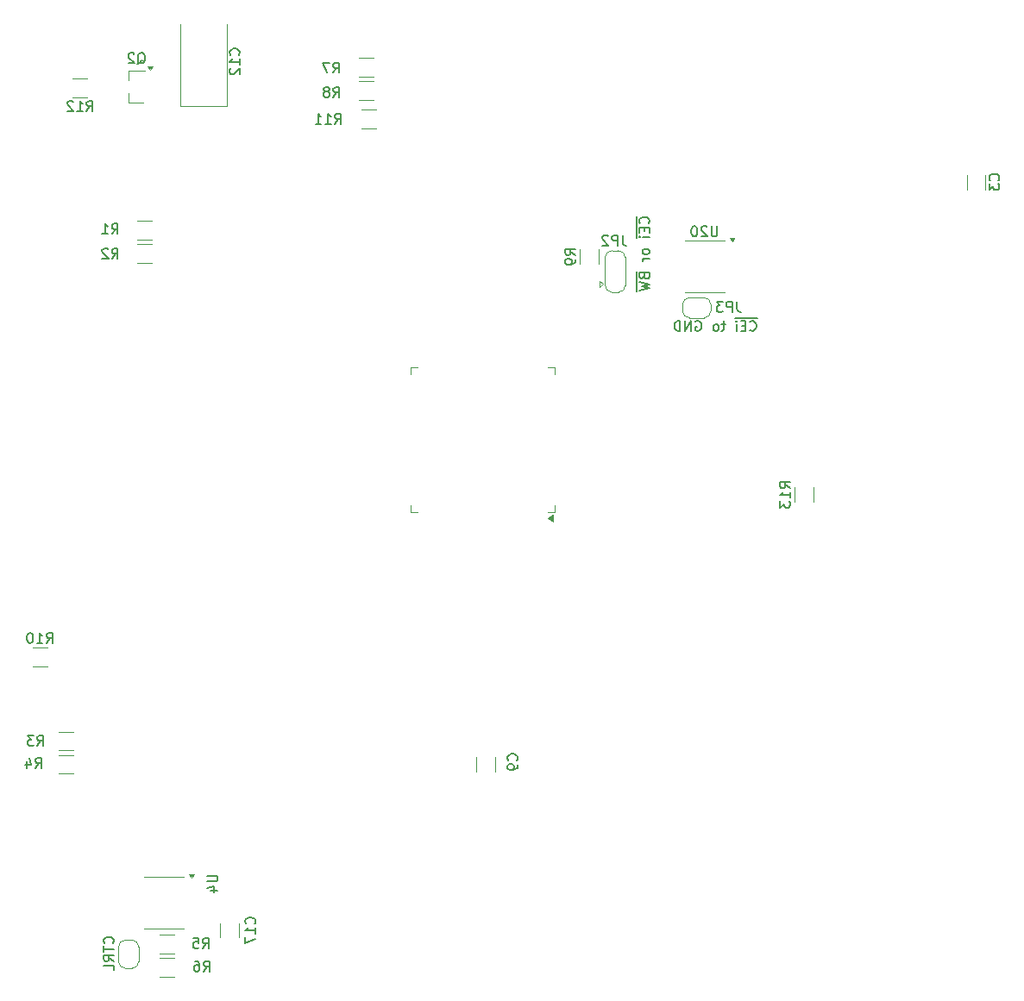
<source format=gbr>
%TF.GenerationSoftware,KiCad,Pcbnew,8.0.7-8.0.7-0~ubuntu22.04.1*%
%TF.CreationDate,2025-01-29T22:40:37+01:00*%
%TF.ProjectId,RAMROM_Board,52414d52-4f4d-45f4-926f-6172642e6b69,rev?*%
%TF.SameCoordinates,Original*%
%TF.FileFunction,Legend,Bot*%
%TF.FilePolarity,Positive*%
%FSLAX46Y46*%
G04 Gerber Fmt 4.6, Leading zero omitted, Abs format (unit mm)*
G04 Created by KiCad (PCBNEW 8.0.7-8.0.7-0~ubuntu22.04.1) date 2025-01-29 22:40:37*
%MOMM*%
%LPD*%
G01*
G04 APERTURE LIST*
%ADD10C,0.150000*%
%ADD11C,0.120000*%
G04 APERTURE END LIST*
D10*
X121761094Y-72508819D02*
X121761094Y-73318342D01*
X121761094Y-73318342D02*
X121713475Y-73413580D01*
X121713475Y-73413580D02*
X121665856Y-73461200D01*
X121665856Y-73461200D02*
X121570618Y-73508819D01*
X121570618Y-73508819D02*
X121380142Y-73508819D01*
X121380142Y-73508819D02*
X121284904Y-73461200D01*
X121284904Y-73461200D02*
X121237285Y-73413580D01*
X121237285Y-73413580D02*
X121189666Y-73318342D01*
X121189666Y-73318342D02*
X121189666Y-72508819D01*
X120761094Y-72604057D02*
X120713475Y-72556438D01*
X120713475Y-72556438D02*
X120618237Y-72508819D01*
X120618237Y-72508819D02*
X120380142Y-72508819D01*
X120380142Y-72508819D02*
X120284904Y-72556438D01*
X120284904Y-72556438D02*
X120237285Y-72604057D01*
X120237285Y-72604057D02*
X120189666Y-72699295D01*
X120189666Y-72699295D02*
X120189666Y-72794533D01*
X120189666Y-72794533D02*
X120237285Y-72937390D01*
X120237285Y-72937390D02*
X120808713Y-73508819D01*
X120808713Y-73508819D02*
X120189666Y-73508819D01*
X119570618Y-72508819D02*
X119475380Y-72508819D01*
X119475380Y-72508819D02*
X119380142Y-72556438D01*
X119380142Y-72556438D02*
X119332523Y-72604057D01*
X119332523Y-72604057D02*
X119284904Y-72699295D01*
X119284904Y-72699295D02*
X119237285Y-72889771D01*
X119237285Y-72889771D02*
X119237285Y-73127866D01*
X119237285Y-73127866D02*
X119284904Y-73318342D01*
X119284904Y-73318342D02*
X119332523Y-73413580D01*
X119332523Y-73413580D02*
X119380142Y-73461200D01*
X119380142Y-73461200D02*
X119475380Y-73508819D01*
X119475380Y-73508819D02*
X119570618Y-73508819D01*
X119570618Y-73508819D02*
X119665856Y-73461200D01*
X119665856Y-73461200D02*
X119713475Y-73413580D01*
X119713475Y-73413580D02*
X119761094Y-73318342D01*
X119761094Y-73318342D02*
X119808713Y-73127866D01*
X119808713Y-73127866D02*
X119808713Y-72889771D01*
X119808713Y-72889771D02*
X119761094Y-72699295D01*
X119761094Y-72699295D02*
X119713475Y-72604057D01*
X119713475Y-72604057D02*
X119665856Y-72556438D01*
X119665856Y-72556438D02*
X119570618Y-72508819D01*
X128936819Y-98228642D02*
X128460628Y-97895309D01*
X128936819Y-97657214D02*
X127936819Y-97657214D01*
X127936819Y-97657214D02*
X127936819Y-98038166D01*
X127936819Y-98038166D02*
X127984438Y-98133404D01*
X127984438Y-98133404D02*
X128032057Y-98181023D01*
X128032057Y-98181023D02*
X128127295Y-98228642D01*
X128127295Y-98228642D02*
X128270152Y-98228642D01*
X128270152Y-98228642D02*
X128365390Y-98181023D01*
X128365390Y-98181023D02*
X128413009Y-98133404D01*
X128413009Y-98133404D02*
X128460628Y-98038166D01*
X128460628Y-98038166D02*
X128460628Y-97657214D01*
X128936819Y-99181023D02*
X128936819Y-98609595D01*
X128936819Y-98895309D02*
X127936819Y-98895309D01*
X127936819Y-98895309D02*
X128079676Y-98800071D01*
X128079676Y-98800071D02*
X128174914Y-98704833D01*
X128174914Y-98704833D02*
X128222533Y-98609595D01*
X127936819Y-99514357D02*
X127936819Y-100133404D01*
X127936819Y-100133404D02*
X128317771Y-99800071D01*
X128317771Y-99800071D02*
X128317771Y-99942928D01*
X128317771Y-99942928D02*
X128365390Y-100038166D01*
X128365390Y-100038166D02*
X128413009Y-100085785D01*
X128413009Y-100085785D02*
X128508247Y-100133404D01*
X128508247Y-100133404D02*
X128746342Y-100133404D01*
X128746342Y-100133404D02*
X128841580Y-100085785D01*
X128841580Y-100085785D02*
X128889200Y-100038166D01*
X128889200Y-100038166D02*
X128936819Y-99942928D01*
X128936819Y-99942928D02*
X128936819Y-99657214D01*
X128936819Y-99657214D02*
X128889200Y-99561976D01*
X128889200Y-99561976D02*
X128841580Y-99514357D01*
X62462580Y-142914809D02*
X62510200Y-142867190D01*
X62510200Y-142867190D02*
X62557819Y-142724333D01*
X62557819Y-142724333D02*
X62557819Y-142629095D01*
X62557819Y-142629095D02*
X62510200Y-142486238D01*
X62510200Y-142486238D02*
X62414961Y-142391000D01*
X62414961Y-142391000D02*
X62319723Y-142343381D01*
X62319723Y-142343381D02*
X62129247Y-142295762D01*
X62129247Y-142295762D02*
X61986390Y-142295762D01*
X61986390Y-142295762D02*
X61795914Y-142343381D01*
X61795914Y-142343381D02*
X61700676Y-142391000D01*
X61700676Y-142391000D02*
X61605438Y-142486238D01*
X61605438Y-142486238D02*
X61557819Y-142629095D01*
X61557819Y-142629095D02*
X61557819Y-142724333D01*
X61557819Y-142724333D02*
X61605438Y-142867190D01*
X61605438Y-142867190D02*
X61653057Y-142914809D01*
X61557819Y-143200524D02*
X61557819Y-143771952D01*
X62557819Y-143486238D02*
X61557819Y-143486238D01*
X62557819Y-144676714D02*
X62081628Y-144343381D01*
X62557819Y-144105286D02*
X61557819Y-144105286D01*
X61557819Y-144105286D02*
X61557819Y-144486238D01*
X61557819Y-144486238D02*
X61605438Y-144581476D01*
X61605438Y-144581476D02*
X61653057Y-144629095D01*
X61653057Y-144629095D02*
X61748295Y-144676714D01*
X61748295Y-144676714D02*
X61891152Y-144676714D01*
X61891152Y-144676714D02*
X61986390Y-144629095D01*
X61986390Y-144629095D02*
X62034009Y-144581476D01*
X62034009Y-144581476D02*
X62081628Y-144486238D01*
X62081628Y-144486238D02*
X62081628Y-144105286D01*
X62557819Y-145581476D02*
X62557819Y-145105286D01*
X62557819Y-145105286D02*
X61557819Y-145105286D01*
X84242857Y-62454819D02*
X84576190Y-61978628D01*
X84814285Y-62454819D02*
X84814285Y-61454819D01*
X84814285Y-61454819D02*
X84433333Y-61454819D01*
X84433333Y-61454819D02*
X84338095Y-61502438D01*
X84338095Y-61502438D02*
X84290476Y-61550057D01*
X84290476Y-61550057D02*
X84242857Y-61645295D01*
X84242857Y-61645295D02*
X84242857Y-61788152D01*
X84242857Y-61788152D02*
X84290476Y-61883390D01*
X84290476Y-61883390D02*
X84338095Y-61931009D01*
X84338095Y-61931009D02*
X84433333Y-61978628D01*
X84433333Y-61978628D02*
X84814285Y-61978628D01*
X83290476Y-62454819D02*
X83861904Y-62454819D01*
X83576190Y-62454819D02*
X83576190Y-61454819D01*
X83576190Y-61454819D02*
X83671428Y-61597676D01*
X83671428Y-61597676D02*
X83766666Y-61692914D01*
X83766666Y-61692914D02*
X83861904Y-61740533D01*
X82338095Y-62454819D02*
X82909523Y-62454819D01*
X82623809Y-62454819D02*
X82623809Y-61454819D01*
X82623809Y-61454819D02*
X82719047Y-61597676D01*
X82719047Y-61597676D02*
X82814285Y-61692914D01*
X82814285Y-61692914D02*
X82909523Y-61740533D01*
X71729019Y-136296495D02*
X72538542Y-136296495D01*
X72538542Y-136296495D02*
X72633780Y-136344114D01*
X72633780Y-136344114D02*
X72681400Y-136391733D01*
X72681400Y-136391733D02*
X72729019Y-136486971D01*
X72729019Y-136486971D02*
X72729019Y-136677447D01*
X72729019Y-136677447D02*
X72681400Y-136772685D01*
X72681400Y-136772685D02*
X72633780Y-136820304D01*
X72633780Y-136820304D02*
X72538542Y-136867923D01*
X72538542Y-136867923D02*
X71729019Y-136867923D01*
X72062352Y-137772685D02*
X72729019Y-137772685D01*
X71681400Y-137534590D02*
X72395685Y-137296495D01*
X72395685Y-137296495D02*
X72395685Y-137915542D01*
X149369580Y-68012328D02*
X149417200Y-67964709D01*
X149417200Y-67964709D02*
X149464819Y-67821852D01*
X149464819Y-67821852D02*
X149464819Y-67726614D01*
X149464819Y-67726614D02*
X149417200Y-67583757D01*
X149417200Y-67583757D02*
X149321961Y-67488519D01*
X149321961Y-67488519D02*
X149226723Y-67440900D01*
X149226723Y-67440900D02*
X149036247Y-67393281D01*
X149036247Y-67393281D02*
X148893390Y-67393281D01*
X148893390Y-67393281D02*
X148702914Y-67440900D01*
X148702914Y-67440900D02*
X148607676Y-67488519D01*
X148607676Y-67488519D02*
X148512438Y-67583757D01*
X148512438Y-67583757D02*
X148464819Y-67726614D01*
X148464819Y-67726614D02*
X148464819Y-67821852D01*
X148464819Y-67821852D02*
X148512438Y-67964709D01*
X148512438Y-67964709D02*
X148560057Y-68012328D01*
X148464819Y-68345662D02*
X148464819Y-68964709D01*
X148464819Y-68964709D02*
X148845771Y-68631376D01*
X148845771Y-68631376D02*
X148845771Y-68774233D01*
X148845771Y-68774233D02*
X148893390Y-68869471D01*
X148893390Y-68869471D02*
X148941009Y-68917090D01*
X148941009Y-68917090D02*
X149036247Y-68964709D01*
X149036247Y-68964709D02*
X149274342Y-68964709D01*
X149274342Y-68964709D02*
X149369580Y-68917090D01*
X149369580Y-68917090D02*
X149417200Y-68869471D01*
X149417200Y-68869471D02*
X149464819Y-68774233D01*
X149464819Y-68774233D02*
X149464819Y-68488519D01*
X149464819Y-68488519D02*
X149417200Y-68393281D01*
X149417200Y-68393281D02*
X149369580Y-68345662D01*
X55052661Y-123523819D02*
X55385994Y-123047628D01*
X55624089Y-123523819D02*
X55624089Y-122523819D01*
X55624089Y-122523819D02*
X55243137Y-122523819D01*
X55243137Y-122523819D02*
X55147899Y-122571438D01*
X55147899Y-122571438D02*
X55100280Y-122619057D01*
X55100280Y-122619057D02*
X55052661Y-122714295D01*
X55052661Y-122714295D02*
X55052661Y-122857152D01*
X55052661Y-122857152D02*
X55100280Y-122952390D01*
X55100280Y-122952390D02*
X55147899Y-123000009D01*
X55147899Y-123000009D02*
X55243137Y-123047628D01*
X55243137Y-123047628D02*
X55624089Y-123047628D01*
X54719327Y-122523819D02*
X54100280Y-122523819D01*
X54100280Y-122523819D02*
X54433613Y-122904771D01*
X54433613Y-122904771D02*
X54290756Y-122904771D01*
X54290756Y-122904771D02*
X54195518Y-122952390D01*
X54195518Y-122952390D02*
X54147899Y-123000009D01*
X54147899Y-123000009D02*
X54100280Y-123095247D01*
X54100280Y-123095247D02*
X54100280Y-123333342D01*
X54100280Y-123333342D02*
X54147899Y-123428580D01*
X54147899Y-123428580D02*
X54195518Y-123476200D01*
X54195518Y-123476200D02*
X54290756Y-123523819D01*
X54290756Y-123523819D02*
X54576470Y-123523819D01*
X54576470Y-123523819D02*
X54671708Y-123476200D01*
X54671708Y-123476200D02*
X54719327Y-123428580D01*
X123698333Y-79926019D02*
X123698333Y-80640304D01*
X123698333Y-80640304D02*
X123745952Y-80783161D01*
X123745952Y-80783161D02*
X123841190Y-80878400D01*
X123841190Y-80878400D02*
X123984047Y-80926019D01*
X123984047Y-80926019D02*
X124079285Y-80926019D01*
X123222142Y-80926019D02*
X123222142Y-79926019D01*
X123222142Y-79926019D02*
X122841190Y-79926019D01*
X122841190Y-79926019D02*
X122745952Y-79973638D01*
X122745952Y-79973638D02*
X122698333Y-80021257D01*
X122698333Y-80021257D02*
X122650714Y-80116495D01*
X122650714Y-80116495D02*
X122650714Y-80259352D01*
X122650714Y-80259352D02*
X122698333Y-80354590D01*
X122698333Y-80354590D02*
X122745952Y-80402209D01*
X122745952Y-80402209D02*
X122841190Y-80449828D01*
X122841190Y-80449828D02*
X123222142Y-80449828D01*
X122317380Y-79926019D02*
X121698333Y-79926019D01*
X121698333Y-79926019D02*
X122031666Y-80306971D01*
X122031666Y-80306971D02*
X121888809Y-80306971D01*
X121888809Y-80306971D02*
X121793571Y-80354590D01*
X121793571Y-80354590D02*
X121745952Y-80402209D01*
X121745952Y-80402209D02*
X121698333Y-80497447D01*
X121698333Y-80497447D02*
X121698333Y-80735542D01*
X121698333Y-80735542D02*
X121745952Y-80830780D01*
X121745952Y-80830780D02*
X121793571Y-80878400D01*
X121793571Y-80878400D02*
X121888809Y-80926019D01*
X121888809Y-80926019D02*
X122174523Y-80926019D01*
X122174523Y-80926019D02*
X122269761Y-80878400D01*
X122269761Y-80878400D02*
X122317380Y-80830780D01*
X124982762Y-82710580D02*
X125030381Y-82758200D01*
X125030381Y-82758200D02*
X125173238Y-82805819D01*
X125173238Y-82805819D02*
X125268476Y-82805819D01*
X125268476Y-82805819D02*
X125411333Y-82758200D01*
X125411333Y-82758200D02*
X125506571Y-82662961D01*
X125506571Y-82662961D02*
X125554190Y-82567723D01*
X125554190Y-82567723D02*
X125601809Y-82377247D01*
X125601809Y-82377247D02*
X125601809Y-82234390D01*
X125601809Y-82234390D02*
X125554190Y-82043914D01*
X125554190Y-82043914D02*
X125506571Y-81948676D01*
X125506571Y-81948676D02*
X125411333Y-81853438D01*
X125411333Y-81853438D02*
X125268476Y-81805819D01*
X125268476Y-81805819D02*
X125173238Y-81805819D01*
X125173238Y-81805819D02*
X125030381Y-81853438D01*
X125030381Y-81853438D02*
X124982762Y-81901057D01*
X124554190Y-82282009D02*
X124220857Y-82282009D01*
X124078000Y-82805819D02*
X124554190Y-82805819D01*
X124554190Y-82805819D02*
X124554190Y-81805819D01*
X124554190Y-81805819D02*
X124078000Y-81805819D01*
X123649428Y-82805819D02*
X123649428Y-82139152D01*
X123649428Y-81805819D02*
X123697047Y-81853438D01*
X123697047Y-81853438D02*
X123649428Y-81901057D01*
X123649428Y-81901057D02*
X123601809Y-81853438D01*
X123601809Y-81853438D02*
X123649428Y-81805819D01*
X123649428Y-81805819D02*
X123649428Y-81901057D01*
X125692286Y-81528200D02*
X123511334Y-81528200D01*
X122554190Y-82139152D02*
X122173238Y-82139152D01*
X122411333Y-81805819D02*
X122411333Y-82662961D01*
X122411333Y-82662961D02*
X122363714Y-82758200D01*
X122363714Y-82758200D02*
X122268476Y-82805819D01*
X122268476Y-82805819D02*
X122173238Y-82805819D01*
X121697047Y-82805819D02*
X121792285Y-82758200D01*
X121792285Y-82758200D02*
X121839904Y-82710580D01*
X121839904Y-82710580D02*
X121887523Y-82615342D01*
X121887523Y-82615342D02*
X121887523Y-82329628D01*
X121887523Y-82329628D02*
X121839904Y-82234390D01*
X121839904Y-82234390D02*
X121792285Y-82186771D01*
X121792285Y-82186771D02*
X121697047Y-82139152D01*
X121697047Y-82139152D02*
X121554190Y-82139152D01*
X121554190Y-82139152D02*
X121458952Y-82186771D01*
X121458952Y-82186771D02*
X121411333Y-82234390D01*
X121411333Y-82234390D02*
X121363714Y-82329628D01*
X121363714Y-82329628D02*
X121363714Y-82615342D01*
X121363714Y-82615342D02*
X121411333Y-82710580D01*
X121411333Y-82710580D02*
X121458952Y-82758200D01*
X121458952Y-82758200D02*
X121554190Y-82805819D01*
X121554190Y-82805819D02*
X121697047Y-82805819D01*
X119649428Y-81853438D02*
X119744666Y-81805819D01*
X119744666Y-81805819D02*
X119887523Y-81805819D01*
X119887523Y-81805819D02*
X120030380Y-81853438D01*
X120030380Y-81853438D02*
X120125618Y-81948676D01*
X120125618Y-81948676D02*
X120173237Y-82043914D01*
X120173237Y-82043914D02*
X120220856Y-82234390D01*
X120220856Y-82234390D02*
X120220856Y-82377247D01*
X120220856Y-82377247D02*
X120173237Y-82567723D01*
X120173237Y-82567723D02*
X120125618Y-82662961D01*
X120125618Y-82662961D02*
X120030380Y-82758200D01*
X120030380Y-82758200D02*
X119887523Y-82805819D01*
X119887523Y-82805819D02*
X119792285Y-82805819D01*
X119792285Y-82805819D02*
X119649428Y-82758200D01*
X119649428Y-82758200D02*
X119601809Y-82710580D01*
X119601809Y-82710580D02*
X119601809Y-82377247D01*
X119601809Y-82377247D02*
X119792285Y-82377247D01*
X119173237Y-82805819D02*
X119173237Y-81805819D01*
X119173237Y-81805819D02*
X118601809Y-82805819D01*
X118601809Y-82805819D02*
X118601809Y-81805819D01*
X118125618Y-82805819D02*
X118125618Y-81805819D01*
X118125618Y-81805819D02*
X117887523Y-81805819D01*
X117887523Y-81805819D02*
X117744666Y-81853438D01*
X117744666Y-81853438D02*
X117649428Y-81948676D01*
X117649428Y-81948676D02*
X117601809Y-82043914D01*
X117601809Y-82043914D02*
X117554190Y-82234390D01*
X117554190Y-82234390D02*
X117554190Y-82377247D01*
X117554190Y-82377247D02*
X117601809Y-82567723D01*
X117601809Y-82567723D02*
X117649428Y-82662961D01*
X117649428Y-82662961D02*
X117744666Y-82758200D01*
X117744666Y-82758200D02*
X117887523Y-82805819D01*
X117887523Y-82805819D02*
X118125618Y-82805819D01*
X102097580Y-124956333D02*
X102145200Y-124908714D01*
X102145200Y-124908714D02*
X102192819Y-124765857D01*
X102192819Y-124765857D02*
X102192819Y-124670619D01*
X102192819Y-124670619D02*
X102145200Y-124527762D01*
X102145200Y-124527762D02*
X102049961Y-124432524D01*
X102049961Y-124432524D02*
X101954723Y-124384905D01*
X101954723Y-124384905D02*
X101764247Y-124337286D01*
X101764247Y-124337286D02*
X101621390Y-124337286D01*
X101621390Y-124337286D02*
X101430914Y-124384905D01*
X101430914Y-124384905D02*
X101335676Y-124432524D01*
X101335676Y-124432524D02*
X101240438Y-124527762D01*
X101240438Y-124527762D02*
X101192819Y-124670619D01*
X101192819Y-124670619D02*
X101192819Y-124765857D01*
X101192819Y-124765857D02*
X101240438Y-124908714D01*
X101240438Y-124908714D02*
X101288057Y-124956333D01*
X102192819Y-125432524D02*
X102192819Y-125623000D01*
X102192819Y-125623000D02*
X102145200Y-125718238D01*
X102145200Y-125718238D02*
X102097580Y-125765857D01*
X102097580Y-125765857D02*
X101954723Y-125861095D01*
X101954723Y-125861095D02*
X101764247Y-125908714D01*
X101764247Y-125908714D02*
X101383295Y-125908714D01*
X101383295Y-125908714D02*
X101288057Y-125861095D01*
X101288057Y-125861095D02*
X101240438Y-125813476D01*
X101240438Y-125813476D02*
X101192819Y-125718238D01*
X101192819Y-125718238D02*
X101192819Y-125527762D01*
X101192819Y-125527762D02*
X101240438Y-125432524D01*
X101240438Y-125432524D02*
X101288057Y-125384905D01*
X101288057Y-125384905D02*
X101383295Y-125337286D01*
X101383295Y-125337286D02*
X101621390Y-125337286D01*
X101621390Y-125337286D02*
X101716628Y-125384905D01*
X101716628Y-125384905D02*
X101764247Y-125432524D01*
X101764247Y-125432524D02*
X101811866Y-125527762D01*
X101811866Y-125527762D02*
X101811866Y-125718238D01*
X101811866Y-125718238D02*
X101764247Y-125813476D01*
X101764247Y-125813476D02*
X101716628Y-125861095D01*
X101716628Y-125861095D02*
X101621390Y-125908714D01*
X62365666Y-73270824D02*
X62698999Y-72794633D01*
X62937094Y-73270824D02*
X62937094Y-72270824D01*
X62937094Y-72270824D02*
X62556142Y-72270824D01*
X62556142Y-72270824D02*
X62460904Y-72318443D01*
X62460904Y-72318443D02*
X62413285Y-72366062D01*
X62413285Y-72366062D02*
X62365666Y-72461300D01*
X62365666Y-72461300D02*
X62365666Y-72604157D01*
X62365666Y-72604157D02*
X62413285Y-72699395D01*
X62413285Y-72699395D02*
X62460904Y-72747014D01*
X62460904Y-72747014D02*
X62556142Y-72794633D01*
X62556142Y-72794633D02*
X62937094Y-72794633D01*
X61413285Y-73270824D02*
X61984713Y-73270824D01*
X61698999Y-73270824D02*
X61698999Y-72270824D01*
X61698999Y-72270824D02*
X61794237Y-72413681D01*
X61794237Y-72413681D02*
X61889475Y-72508919D01*
X61889475Y-72508919D02*
X61984713Y-72556538D01*
X84066666Y-57454819D02*
X84399999Y-56978628D01*
X84638094Y-57454819D02*
X84638094Y-56454819D01*
X84638094Y-56454819D02*
X84257142Y-56454819D01*
X84257142Y-56454819D02*
X84161904Y-56502438D01*
X84161904Y-56502438D02*
X84114285Y-56550057D01*
X84114285Y-56550057D02*
X84066666Y-56645295D01*
X84066666Y-56645295D02*
X84066666Y-56788152D01*
X84066666Y-56788152D02*
X84114285Y-56883390D01*
X84114285Y-56883390D02*
X84161904Y-56931009D01*
X84161904Y-56931009D02*
X84257142Y-56978628D01*
X84257142Y-56978628D02*
X84638094Y-56978628D01*
X83733332Y-56454819D02*
X83066666Y-56454819D01*
X83066666Y-56454819D02*
X83495237Y-57454819D01*
X76359580Y-141011142D02*
X76407200Y-140963523D01*
X76407200Y-140963523D02*
X76454819Y-140820666D01*
X76454819Y-140820666D02*
X76454819Y-140725428D01*
X76454819Y-140725428D02*
X76407200Y-140582571D01*
X76407200Y-140582571D02*
X76311961Y-140487333D01*
X76311961Y-140487333D02*
X76216723Y-140439714D01*
X76216723Y-140439714D02*
X76026247Y-140392095D01*
X76026247Y-140392095D02*
X75883390Y-140392095D01*
X75883390Y-140392095D02*
X75692914Y-140439714D01*
X75692914Y-140439714D02*
X75597676Y-140487333D01*
X75597676Y-140487333D02*
X75502438Y-140582571D01*
X75502438Y-140582571D02*
X75454819Y-140725428D01*
X75454819Y-140725428D02*
X75454819Y-140820666D01*
X75454819Y-140820666D02*
X75502438Y-140963523D01*
X75502438Y-140963523D02*
X75550057Y-141011142D01*
X76454819Y-141963523D02*
X76454819Y-141392095D01*
X76454819Y-141677809D02*
X75454819Y-141677809D01*
X75454819Y-141677809D02*
X75597676Y-141582571D01*
X75597676Y-141582571D02*
X75692914Y-141487333D01*
X75692914Y-141487333D02*
X75740533Y-141392095D01*
X75454819Y-142296857D02*
X75454819Y-142963523D01*
X75454819Y-142963523D02*
X76454819Y-142534952D01*
X71360666Y-145688819D02*
X71693999Y-145212628D01*
X71932094Y-145688819D02*
X71932094Y-144688819D01*
X71932094Y-144688819D02*
X71551142Y-144688819D01*
X71551142Y-144688819D02*
X71455904Y-144736438D01*
X71455904Y-144736438D02*
X71408285Y-144784057D01*
X71408285Y-144784057D02*
X71360666Y-144879295D01*
X71360666Y-144879295D02*
X71360666Y-145022152D01*
X71360666Y-145022152D02*
X71408285Y-145117390D01*
X71408285Y-145117390D02*
X71455904Y-145165009D01*
X71455904Y-145165009D02*
X71551142Y-145212628D01*
X71551142Y-145212628D02*
X71932094Y-145212628D01*
X70503523Y-144688819D02*
X70693999Y-144688819D01*
X70693999Y-144688819D02*
X70789237Y-144736438D01*
X70789237Y-144736438D02*
X70836856Y-144784057D01*
X70836856Y-144784057D02*
X70932094Y-144926914D01*
X70932094Y-144926914D02*
X70979713Y-145117390D01*
X70979713Y-145117390D02*
X70979713Y-145498342D01*
X70979713Y-145498342D02*
X70932094Y-145593580D01*
X70932094Y-145593580D02*
X70884475Y-145641200D01*
X70884475Y-145641200D02*
X70789237Y-145688819D01*
X70789237Y-145688819D02*
X70598761Y-145688819D01*
X70598761Y-145688819D02*
X70503523Y-145641200D01*
X70503523Y-145641200D02*
X70455904Y-145593580D01*
X70455904Y-145593580D02*
X70408285Y-145498342D01*
X70408285Y-145498342D02*
X70408285Y-145260247D01*
X70408285Y-145260247D02*
X70455904Y-145165009D01*
X70455904Y-145165009D02*
X70503523Y-145117390D01*
X70503523Y-145117390D02*
X70598761Y-145069771D01*
X70598761Y-145069771D02*
X70789237Y-145069771D01*
X70789237Y-145069771D02*
X70884475Y-145117390D01*
X70884475Y-145117390D02*
X70932094Y-145165009D01*
X70932094Y-145165009D02*
X70979713Y-145260247D01*
X107854819Y-75336833D02*
X107378628Y-75003500D01*
X107854819Y-74765405D02*
X106854819Y-74765405D01*
X106854819Y-74765405D02*
X106854819Y-75146357D01*
X106854819Y-75146357D02*
X106902438Y-75241595D01*
X106902438Y-75241595D02*
X106950057Y-75289214D01*
X106950057Y-75289214D02*
X107045295Y-75336833D01*
X107045295Y-75336833D02*
X107188152Y-75336833D01*
X107188152Y-75336833D02*
X107283390Y-75289214D01*
X107283390Y-75289214D02*
X107331009Y-75241595D01*
X107331009Y-75241595D02*
X107378628Y-75146357D01*
X107378628Y-75146357D02*
X107378628Y-74765405D01*
X107854819Y-75813024D02*
X107854819Y-76003500D01*
X107854819Y-76003500D02*
X107807200Y-76098738D01*
X107807200Y-76098738D02*
X107759580Y-76146357D01*
X107759580Y-76146357D02*
X107616723Y-76241595D01*
X107616723Y-76241595D02*
X107426247Y-76289214D01*
X107426247Y-76289214D02*
X107045295Y-76289214D01*
X107045295Y-76289214D02*
X106950057Y-76241595D01*
X106950057Y-76241595D02*
X106902438Y-76193976D01*
X106902438Y-76193976D02*
X106854819Y-76098738D01*
X106854819Y-76098738D02*
X106854819Y-75908262D01*
X106854819Y-75908262D02*
X106902438Y-75813024D01*
X106902438Y-75813024D02*
X106950057Y-75765405D01*
X106950057Y-75765405D02*
X107045295Y-75717786D01*
X107045295Y-75717786D02*
X107283390Y-75717786D01*
X107283390Y-75717786D02*
X107378628Y-75765405D01*
X107378628Y-75765405D02*
X107426247Y-75813024D01*
X107426247Y-75813024D02*
X107473866Y-75908262D01*
X107473866Y-75908262D02*
X107473866Y-76098738D01*
X107473866Y-76098738D02*
X107426247Y-76193976D01*
X107426247Y-76193976D02*
X107378628Y-76241595D01*
X107378628Y-76241595D02*
X107283390Y-76289214D01*
X74819580Y-55698637D02*
X74867200Y-55651018D01*
X74867200Y-55651018D02*
X74914819Y-55508161D01*
X74914819Y-55508161D02*
X74914819Y-55412923D01*
X74914819Y-55412923D02*
X74867200Y-55270066D01*
X74867200Y-55270066D02*
X74771961Y-55174828D01*
X74771961Y-55174828D02*
X74676723Y-55127209D01*
X74676723Y-55127209D02*
X74486247Y-55079590D01*
X74486247Y-55079590D02*
X74343390Y-55079590D01*
X74343390Y-55079590D02*
X74152914Y-55127209D01*
X74152914Y-55127209D02*
X74057676Y-55174828D01*
X74057676Y-55174828D02*
X73962438Y-55270066D01*
X73962438Y-55270066D02*
X73914819Y-55412923D01*
X73914819Y-55412923D02*
X73914819Y-55508161D01*
X73914819Y-55508161D02*
X73962438Y-55651018D01*
X73962438Y-55651018D02*
X74010057Y-55698637D01*
X74914819Y-56651018D02*
X74914819Y-56079590D01*
X74914819Y-56365304D02*
X73914819Y-56365304D01*
X73914819Y-56365304D02*
X74057676Y-56270066D01*
X74057676Y-56270066D02*
X74152914Y-56174828D01*
X74152914Y-56174828D02*
X74200533Y-56079590D01*
X74010057Y-57031971D02*
X73962438Y-57079590D01*
X73962438Y-57079590D02*
X73914819Y-57174828D01*
X73914819Y-57174828D02*
X73914819Y-57412923D01*
X73914819Y-57412923D02*
X73962438Y-57508161D01*
X73962438Y-57508161D02*
X74010057Y-57555780D01*
X74010057Y-57555780D02*
X74105295Y-57603399D01*
X74105295Y-57603399D02*
X74200533Y-57603399D01*
X74200533Y-57603399D02*
X74343390Y-57555780D01*
X74343390Y-57555780D02*
X74914819Y-56984352D01*
X74914819Y-56984352D02*
X74914819Y-57603399D01*
X55949357Y-113442819D02*
X56282690Y-112966628D01*
X56520785Y-113442819D02*
X56520785Y-112442819D01*
X56520785Y-112442819D02*
X56139833Y-112442819D01*
X56139833Y-112442819D02*
X56044595Y-112490438D01*
X56044595Y-112490438D02*
X55996976Y-112538057D01*
X55996976Y-112538057D02*
X55949357Y-112633295D01*
X55949357Y-112633295D02*
X55949357Y-112776152D01*
X55949357Y-112776152D02*
X55996976Y-112871390D01*
X55996976Y-112871390D02*
X56044595Y-112919009D01*
X56044595Y-112919009D02*
X56139833Y-112966628D01*
X56139833Y-112966628D02*
X56520785Y-112966628D01*
X54996976Y-113442819D02*
X55568404Y-113442819D01*
X55282690Y-113442819D02*
X55282690Y-112442819D01*
X55282690Y-112442819D02*
X55377928Y-112585676D01*
X55377928Y-112585676D02*
X55473166Y-112680914D01*
X55473166Y-112680914D02*
X55568404Y-112728533D01*
X54377928Y-112442819D02*
X54282690Y-112442819D01*
X54282690Y-112442819D02*
X54187452Y-112490438D01*
X54187452Y-112490438D02*
X54139833Y-112538057D01*
X54139833Y-112538057D02*
X54092214Y-112633295D01*
X54092214Y-112633295D02*
X54044595Y-112823771D01*
X54044595Y-112823771D02*
X54044595Y-113061866D01*
X54044595Y-113061866D02*
X54092214Y-113252342D01*
X54092214Y-113252342D02*
X54139833Y-113347580D01*
X54139833Y-113347580D02*
X54187452Y-113395200D01*
X54187452Y-113395200D02*
X54282690Y-113442819D01*
X54282690Y-113442819D02*
X54377928Y-113442819D01*
X54377928Y-113442819D02*
X54473166Y-113395200D01*
X54473166Y-113395200D02*
X54520785Y-113347580D01*
X54520785Y-113347580D02*
X54568404Y-113252342D01*
X54568404Y-113252342D02*
X54616023Y-113061866D01*
X54616023Y-113061866D02*
X54616023Y-112823771D01*
X54616023Y-112823771D02*
X54568404Y-112633295D01*
X54568404Y-112633295D02*
X54520785Y-112538057D01*
X54520785Y-112538057D02*
X54473166Y-112490438D01*
X54473166Y-112490438D02*
X54377928Y-112442819D01*
X54850666Y-125729819D02*
X55183999Y-125253628D01*
X55422094Y-125729819D02*
X55422094Y-124729819D01*
X55422094Y-124729819D02*
X55041142Y-124729819D01*
X55041142Y-124729819D02*
X54945904Y-124777438D01*
X54945904Y-124777438D02*
X54898285Y-124825057D01*
X54898285Y-124825057D02*
X54850666Y-124920295D01*
X54850666Y-124920295D02*
X54850666Y-125063152D01*
X54850666Y-125063152D02*
X54898285Y-125158390D01*
X54898285Y-125158390D02*
X54945904Y-125206009D01*
X54945904Y-125206009D02*
X55041142Y-125253628D01*
X55041142Y-125253628D02*
X55422094Y-125253628D01*
X53993523Y-125063152D02*
X53993523Y-125729819D01*
X54231618Y-124682200D02*
X54469713Y-125396485D01*
X54469713Y-125396485D02*
X53850666Y-125396485D01*
X71260666Y-143415819D02*
X71593999Y-142939628D01*
X71832094Y-143415819D02*
X71832094Y-142415819D01*
X71832094Y-142415819D02*
X71451142Y-142415819D01*
X71451142Y-142415819D02*
X71355904Y-142463438D01*
X71355904Y-142463438D02*
X71308285Y-142511057D01*
X71308285Y-142511057D02*
X71260666Y-142606295D01*
X71260666Y-142606295D02*
X71260666Y-142749152D01*
X71260666Y-142749152D02*
X71308285Y-142844390D01*
X71308285Y-142844390D02*
X71355904Y-142892009D01*
X71355904Y-142892009D02*
X71451142Y-142939628D01*
X71451142Y-142939628D02*
X71832094Y-142939628D01*
X70355904Y-142415819D02*
X70832094Y-142415819D01*
X70832094Y-142415819D02*
X70879713Y-142892009D01*
X70879713Y-142892009D02*
X70832094Y-142844390D01*
X70832094Y-142844390D02*
X70736856Y-142796771D01*
X70736856Y-142796771D02*
X70498761Y-142796771D01*
X70498761Y-142796771D02*
X70403523Y-142844390D01*
X70403523Y-142844390D02*
X70355904Y-142892009D01*
X70355904Y-142892009D02*
X70308285Y-142987247D01*
X70308285Y-142987247D02*
X70308285Y-143225342D01*
X70308285Y-143225342D02*
X70355904Y-143320580D01*
X70355904Y-143320580D02*
X70403523Y-143368200D01*
X70403523Y-143368200D02*
X70498761Y-143415819D01*
X70498761Y-143415819D02*
X70736856Y-143415819D01*
X70736856Y-143415819D02*
X70832094Y-143368200D01*
X70832094Y-143368200D02*
X70879713Y-143320580D01*
X64865238Y-56601057D02*
X64960476Y-56553438D01*
X64960476Y-56553438D02*
X65055714Y-56458200D01*
X65055714Y-56458200D02*
X65198571Y-56315342D01*
X65198571Y-56315342D02*
X65293809Y-56267723D01*
X65293809Y-56267723D02*
X65389047Y-56267723D01*
X65341428Y-56505819D02*
X65436666Y-56458200D01*
X65436666Y-56458200D02*
X65531904Y-56362961D01*
X65531904Y-56362961D02*
X65579523Y-56172485D01*
X65579523Y-56172485D02*
X65579523Y-55839152D01*
X65579523Y-55839152D02*
X65531904Y-55648676D01*
X65531904Y-55648676D02*
X65436666Y-55553438D01*
X65436666Y-55553438D02*
X65341428Y-55505819D01*
X65341428Y-55505819D02*
X65150952Y-55505819D01*
X65150952Y-55505819D02*
X65055714Y-55553438D01*
X65055714Y-55553438D02*
X64960476Y-55648676D01*
X64960476Y-55648676D02*
X64912857Y-55839152D01*
X64912857Y-55839152D02*
X64912857Y-56172485D01*
X64912857Y-56172485D02*
X64960476Y-56362961D01*
X64960476Y-56362961D02*
X65055714Y-56458200D01*
X65055714Y-56458200D02*
X65150952Y-56505819D01*
X65150952Y-56505819D02*
X65341428Y-56505819D01*
X64531904Y-55601057D02*
X64484285Y-55553438D01*
X64484285Y-55553438D02*
X64389047Y-55505819D01*
X64389047Y-55505819D02*
X64150952Y-55505819D01*
X64150952Y-55505819D02*
X64055714Y-55553438D01*
X64055714Y-55553438D02*
X64008095Y-55601057D01*
X64008095Y-55601057D02*
X63960476Y-55696295D01*
X63960476Y-55696295D02*
X63960476Y-55791533D01*
X63960476Y-55791533D02*
X64008095Y-55934390D01*
X64008095Y-55934390D02*
X64579523Y-56505819D01*
X64579523Y-56505819D02*
X63960476Y-56505819D01*
X84104166Y-59854819D02*
X84437499Y-59378628D01*
X84675594Y-59854819D02*
X84675594Y-58854819D01*
X84675594Y-58854819D02*
X84294642Y-58854819D01*
X84294642Y-58854819D02*
X84199404Y-58902438D01*
X84199404Y-58902438D02*
X84151785Y-58950057D01*
X84151785Y-58950057D02*
X84104166Y-59045295D01*
X84104166Y-59045295D02*
X84104166Y-59188152D01*
X84104166Y-59188152D02*
X84151785Y-59283390D01*
X84151785Y-59283390D02*
X84199404Y-59331009D01*
X84199404Y-59331009D02*
X84294642Y-59378628D01*
X84294642Y-59378628D02*
X84675594Y-59378628D01*
X83532737Y-59283390D02*
X83627975Y-59235771D01*
X83627975Y-59235771D02*
X83675594Y-59188152D01*
X83675594Y-59188152D02*
X83723213Y-59092914D01*
X83723213Y-59092914D02*
X83723213Y-59045295D01*
X83723213Y-59045295D02*
X83675594Y-58950057D01*
X83675594Y-58950057D02*
X83627975Y-58902438D01*
X83627975Y-58902438D02*
X83532737Y-58854819D01*
X83532737Y-58854819D02*
X83342261Y-58854819D01*
X83342261Y-58854819D02*
X83247023Y-58902438D01*
X83247023Y-58902438D02*
X83199404Y-58950057D01*
X83199404Y-58950057D02*
X83151785Y-59045295D01*
X83151785Y-59045295D02*
X83151785Y-59092914D01*
X83151785Y-59092914D02*
X83199404Y-59188152D01*
X83199404Y-59188152D02*
X83247023Y-59235771D01*
X83247023Y-59235771D02*
X83342261Y-59283390D01*
X83342261Y-59283390D02*
X83532737Y-59283390D01*
X83532737Y-59283390D02*
X83627975Y-59331009D01*
X83627975Y-59331009D02*
X83675594Y-59378628D01*
X83675594Y-59378628D02*
X83723213Y-59473866D01*
X83723213Y-59473866D02*
X83723213Y-59664342D01*
X83723213Y-59664342D02*
X83675594Y-59759580D01*
X83675594Y-59759580D02*
X83627975Y-59807200D01*
X83627975Y-59807200D02*
X83532737Y-59854819D01*
X83532737Y-59854819D02*
X83342261Y-59854819D01*
X83342261Y-59854819D02*
X83247023Y-59807200D01*
X83247023Y-59807200D02*
X83199404Y-59759580D01*
X83199404Y-59759580D02*
X83151785Y-59664342D01*
X83151785Y-59664342D02*
X83151785Y-59473866D01*
X83151785Y-59473866D02*
X83199404Y-59378628D01*
X83199404Y-59378628D02*
X83247023Y-59331009D01*
X83247023Y-59331009D02*
X83342261Y-59283390D01*
X62365666Y-75683824D02*
X62698999Y-75207633D01*
X62937094Y-75683824D02*
X62937094Y-74683824D01*
X62937094Y-74683824D02*
X62556142Y-74683824D01*
X62556142Y-74683824D02*
X62460904Y-74731443D01*
X62460904Y-74731443D02*
X62413285Y-74779062D01*
X62413285Y-74779062D02*
X62365666Y-74874300D01*
X62365666Y-74874300D02*
X62365666Y-75017157D01*
X62365666Y-75017157D02*
X62413285Y-75112395D01*
X62413285Y-75112395D02*
X62460904Y-75160014D01*
X62460904Y-75160014D02*
X62556142Y-75207633D01*
X62556142Y-75207633D02*
X62937094Y-75207633D01*
X61984713Y-74779062D02*
X61937094Y-74731443D01*
X61937094Y-74731443D02*
X61841856Y-74683824D01*
X61841856Y-74683824D02*
X61603761Y-74683824D01*
X61603761Y-74683824D02*
X61508523Y-74731443D01*
X61508523Y-74731443D02*
X61460904Y-74779062D01*
X61460904Y-74779062D02*
X61413285Y-74874300D01*
X61413285Y-74874300D02*
X61413285Y-74969538D01*
X61413285Y-74969538D02*
X61460904Y-75112395D01*
X61460904Y-75112395D02*
X62032332Y-75683824D01*
X62032332Y-75683824D02*
X61413285Y-75683824D01*
X59886357Y-61202819D02*
X60219690Y-60726628D01*
X60457785Y-61202819D02*
X60457785Y-60202819D01*
X60457785Y-60202819D02*
X60076833Y-60202819D01*
X60076833Y-60202819D02*
X59981595Y-60250438D01*
X59981595Y-60250438D02*
X59933976Y-60298057D01*
X59933976Y-60298057D02*
X59886357Y-60393295D01*
X59886357Y-60393295D02*
X59886357Y-60536152D01*
X59886357Y-60536152D02*
X59933976Y-60631390D01*
X59933976Y-60631390D02*
X59981595Y-60679009D01*
X59981595Y-60679009D02*
X60076833Y-60726628D01*
X60076833Y-60726628D02*
X60457785Y-60726628D01*
X58933976Y-61202819D02*
X59505404Y-61202819D01*
X59219690Y-61202819D02*
X59219690Y-60202819D01*
X59219690Y-60202819D02*
X59314928Y-60345676D01*
X59314928Y-60345676D02*
X59410166Y-60440914D01*
X59410166Y-60440914D02*
X59505404Y-60488533D01*
X58553023Y-60298057D02*
X58505404Y-60250438D01*
X58505404Y-60250438D02*
X58410166Y-60202819D01*
X58410166Y-60202819D02*
X58172071Y-60202819D01*
X58172071Y-60202819D02*
X58076833Y-60250438D01*
X58076833Y-60250438D02*
X58029214Y-60298057D01*
X58029214Y-60298057D02*
X57981595Y-60393295D01*
X57981595Y-60393295D02*
X57981595Y-60488533D01*
X57981595Y-60488533D02*
X58029214Y-60631390D01*
X58029214Y-60631390D02*
X58600642Y-61202819D01*
X58600642Y-61202819D02*
X57981595Y-61202819D01*
X112490333Y-73408819D02*
X112490333Y-74123104D01*
X112490333Y-74123104D02*
X112537952Y-74265961D01*
X112537952Y-74265961D02*
X112633190Y-74361200D01*
X112633190Y-74361200D02*
X112776047Y-74408819D01*
X112776047Y-74408819D02*
X112871285Y-74408819D01*
X112014142Y-74408819D02*
X112014142Y-73408819D01*
X112014142Y-73408819D02*
X111633190Y-73408819D01*
X111633190Y-73408819D02*
X111537952Y-73456438D01*
X111537952Y-73456438D02*
X111490333Y-73504057D01*
X111490333Y-73504057D02*
X111442714Y-73599295D01*
X111442714Y-73599295D02*
X111442714Y-73742152D01*
X111442714Y-73742152D02*
X111490333Y-73837390D01*
X111490333Y-73837390D02*
X111537952Y-73885009D01*
X111537952Y-73885009D02*
X111633190Y-73932628D01*
X111633190Y-73932628D02*
X112014142Y-73932628D01*
X111061761Y-73504057D02*
X111014142Y-73456438D01*
X111014142Y-73456438D02*
X110918904Y-73408819D01*
X110918904Y-73408819D02*
X110680809Y-73408819D01*
X110680809Y-73408819D02*
X110585571Y-73456438D01*
X110585571Y-73456438D02*
X110537952Y-73504057D01*
X110537952Y-73504057D02*
X110490333Y-73599295D01*
X110490333Y-73599295D02*
X110490333Y-73694533D01*
X110490333Y-73694533D02*
X110537952Y-73837390D01*
X110537952Y-73837390D02*
X111109380Y-74408819D01*
X111109380Y-74408819D02*
X110490333Y-74408819D01*
X115016580Y-72227809D02*
X115064200Y-72180190D01*
X115064200Y-72180190D02*
X115111819Y-72037333D01*
X115111819Y-72037333D02*
X115111819Y-71942095D01*
X115111819Y-71942095D02*
X115064200Y-71799238D01*
X115064200Y-71799238D02*
X114968961Y-71704000D01*
X114968961Y-71704000D02*
X114873723Y-71656381D01*
X114873723Y-71656381D02*
X114683247Y-71608762D01*
X114683247Y-71608762D02*
X114540390Y-71608762D01*
X114540390Y-71608762D02*
X114349914Y-71656381D01*
X114349914Y-71656381D02*
X114254676Y-71704000D01*
X114254676Y-71704000D02*
X114159438Y-71799238D01*
X114159438Y-71799238D02*
X114111819Y-71942095D01*
X114111819Y-71942095D02*
X114111819Y-72037333D01*
X114111819Y-72037333D02*
X114159438Y-72180190D01*
X114159438Y-72180190D02*
X114207057Y-72227809D01*
X114588009Y-72656381D02*
X114588009Y-72989714D01*
X115111819Y-73132571D02*
X115111819Y-72656381D01*
X115111819Y-72656381D02*
X114111819Y-72656381D01*
X114111819Y-72656381D02*
X114111819Y-73132571D01*
X115111819Y-73561143D02*
X114445152Y-73561143D01*
X114111819Y-73561143D02*
X114159438Y-73513524D01*
X114159438Y-73513524D02*
X114207057Y-73561143D01*
X114207057Y-73561143D02*
X114159438Y-73608762D01*
X114159438Y-73608762D02*
X114111819Y-73561143D01*
X114111819Y-73561143D02*
X114207057Y-73561143D01*
X113834200Y-71518286D02*
X113834200Y-73699238D01*
X115111819Y-74942095D02*
X115064200Y-74846857D01*
X115064200Y-74846857D02*
X115016580Y-74799238D01*
X115016580Y-74799238D02*
X114921342Y-74751619D01*
X114921342Y-74751619D02*
X114635628Y-74751619D01*
X114635628Y-74751619D02*
X114540390Y-74799238D01*
X114540390Y-74799238D02*
X114492771Y-74846857D01*
X114492771Y-74846857D02*
X114445152Y-74942095D01*
X114445152Y-74942095D02*
X114445152Y-75084952D01*
X114445152Y-75084952D02*
X114492771Y-75180190D01*
X114492771Y-75180190D02*
X114540390Y-75227809D01*
X114540390Y-75227809D02*
X114635628Y-75275428D01*
X114635628Y-75275428D02*
X114921342Y-75275428D01*
X114921342Y-75275428D02*
X115016580Y-75227809D01*
X115016580Y-75227809D02*
X115064200Y-75180190D01*
X115064200Y-75180190D02*
X115111819Y-75084952D01*
X115111819Y-75084952D02*
X115111819Y-74942095D01*
X115111819Y-75704000D02*
X114445152Y-75704000D01*
X114635628Y-75704000D02*
X114540390Y-75751619D01*
X114540390Y-75751619D02*
X114492771Y-75799238D01*
X114492771Y-75799238D02*
X114445152Y-75894476D01*
X114445152Y-75894476D02*
X114445152Y-75989714D01*
X114588009Y-77418286D02*
X114635628Y-77561143D01*
X114635628Y-77561143D02*
X114683247Y-77608762D01*
X114683247Y-77608762D02*
X114778485Y-77656381D01*
X114778485Y-77656381D02*
X114921342Y-77656381D01*
X114921342Y-77656381D02*
X115016580Y-77608762D01*
X115016580Y-77608762D02*
X115064200Y-77561143D01*
X115064200Y-77561143D02*
X115111819Y-77465905D01*
X115111819Y-77465905D02*
X115111819Y-77084953D01*
X115111819Y-77084953D02*
X114111819Y-77084953D01*
X114111819Y-77084953D02*
X114111819Y-77418286D01*
X114111819Y-77418286D02*
X114159438Y-77513524D01*
X114159438Y-77513524D02*
X114207057Y-77561143D01*
X114207057Y-77561143D02*
X114302295Y-77608762D01*
X114302295Y-77608762D02*
X114397533Y-77608762D01*
X114397533Y-77608762D02*
X114492771Y-77561143D01*
X114492771Y-77561143D02*
X114540390Y-77513524D01*
X114540390Y-77513524D02*
X114588009Y-77418286D01*
X114588009Y-77418286D02*
X114588009Y-77084953D01*
X114111819Y-77989715D02*
X115111819Y-78227810D01*
X115111819Y-78227810D02*
X114397533Y-78418286D01*
X114397533Y-78418286D02*
X115111819Y-78608762D01*
X115111819Y-78608762D02*
X114111819Y-78846858D01*
X113834200Y-76946858D02*
X113834200Y-78889715D01*
D11*
%TO.C,U20*%
X122473000Y-79014000D02*
X120523000Y-79014000D01*
X118573000Y-79014000D02*
X120523000Y-79014000D01*
X122473000Y-73894000D02*
X120523000Y-73894000D01*
X118573000Y-73894000D02*
X120523000Y-73894000D01*
X123223000Y-73989000D02*
X122983000Y-73659000D01*
X123463000Y-73659000D01*
X123223000Y-73989000D01*
G36*
X123223000Y-73989000D02*
G01*
X122983000Y-73659000D01*
X123463000Y-73659000D01*
X123223000Y-73989000D01*
G37*
%TO.C,R13*%
X129392000Y-99598564D02*
X129392000Y-98144436D01*
X131212000Y-99598564D02*
X131212000Y-98144436D01*
%TO.C,JP1*%
X63008000Y-144703000D02*
X63008000Y-143303000D01*
X63708000Y-142603000D02*
X64308000Y-142603000D01*
X64308000Y-145403000D02*
X63708000Y-145403000D01*
X65008000Y-143303000D02*
X65008000Y-144703000D01*
X63008000Y-143303000D02*
G75*
G02*
X63708000Y-142603000I699999J1D01*
G01*
X63708000Y-145403000D02*
G75*
G02*
X63008000Y-144703000I0J700000D01*
G01*
X64308000Y-142603000D02*
G75*
G02*
X65008000Y-143303000I1J-699999D01*
G01*
X65008000Y-144703000D02*
G75*
G02*
X64308000Y-145403000I-700000J0D01*
G01*
%TO.C,R11*%
X88289564Y-61090000D02*
X86835436Y-61090000D01*
X88289564Y-62910000D02*
X86835436Y-62910000D01*
%TO.C,U4*%
X65549000Y-136378000D02*
X67499000Y-136378000D01*
X65549000Y-141498000D02*
X67499000Y-141498000D01*
X69449000Y-136378000D02*
X67499000Y-136378000D01*
X69449000Y-141498000D02*
X67499000Y-141498000D01*
X70199000Y-136473000D02*
X69959000Y-136143000D01*
X70439000Y-136143000D01*
X70199000Y-136473000D01*
G36*
X70199000Y-136473000D02*
G01*
X69959000Y-136143000D01*
X70439000Y-136143000D01*
X70199000Y-136473000D01*
G37*
%TO.C,C3*%
X146250000Y-67467743D02*
X146250000Y-68890247D01*
X148070000Y-67467743D02*
X148070000Y-68890247D01*
%TO.C,R3*%
X58573564Y-122153000D02*
X57119436Y-122153000D01*
X58573564Y-123973000D02*
X57119436Y-123973000D01*
%TO.C,JP3*%
X120461000Y-81518000D02*
X119061000Y-81518000D01*
X118361000Y-80818000D02*
X118361000Y-80218000D01*
X121161000Y-80218000D02*
X121161000Y-80818000D01*
X119061000Y-79518000D02*
X120461000Y-79518000D01*
X119061000Y-81518000D02*
G75*
G02*
X118361000Y-80818000I0J700000D01*
G01*
X121161000Y-80818000D02*
G75*
G02*
X120461000Y-81518000I-699999J-1D01*
G01*
X118361000Y-80218000D02*
G75*
G02*
X119061000Y-79518000I700000J0D01*
G01*
X120461000Y-79518000D02*
G75*
G02*
X121161000Y-80218000I1J-699999D01*
G01*
%TO.C,U13*%
X91640000Y-86362000D02*
X91640000Y-87062000D01*
X91640000Y-100582000D02*
X91640000Y-99882000D01*
X92340000Y-86362000D02*
X91640000Y-86362000D01*
X92340000Y-100582000D02*
X91640000Y-100582000D01*
X105160000Y-86362000D02*
X105860000Y-86362000D01*
X105160000Y-100582000D02*
X105860000Y-100582000D01*
X105860000Y-86362000D02*
X105860000Y-87062000D01*
X105860000Y-100582000D02*
X105860000Y-99882000D01*
X105630000Y-101549500D02*
X105160000Y-101209500D01*
X105630000Y-100869500D01*
X105630000Y-101549500D01*
G36*
X105630000Y-101549500D02*
G01*
X105160000Y-101209500D01*
X105630000Y-100869500D01*
X105630000Y-101549500D01*
G37*
%TO.C,C9*%
X98150000Y-126060252D02*
X98150000Y-124637748D01*
X99970000Y-126060252D02*
X99970000Y-124637748D01*
%TO.C,R1*%
X64866436Y-71988000D02*
X66320564Y-71988000D01*
X64866436Y-73808000D02*
X66320564Y-73808000D01*
%TO.C,R7*%
X88064564Y-55990000D02*
X86610436Y-55990000D01*
X88064564Y-57810000D02*
X86610436Y-57810000D01*
%TO.C,C17*%
X73004000Y-142365252D02*
X73004000Y-140942748D01*
X74824000Y-142365252D02*
X74824000Y-140942748D01*
%TO.C,R6*%
X68483564Y-144378000D02*
X67029436Y-144378000D01*
X68483564Y-146198000D02*
X67029436Y-146198000D01*
%TO.C,R9*%
X108310000Y-76230564D02*
X108310000Y-74776436D01*
X110130000Y-76230564D02*
X110130000Y-74776436D01*
%TO.C,C12*%
X69100000Y-52691495D02*
X69100000Y-60751495D01*
X69100000Y-60751495D02*
X73620000Y-60751495D01*
X73620000Y-60751495D02*
X73620000Y-52691495D01*
%TO.C,R10*%
X54579436Y-113898000D02*
X56033564Y-113898000D01*
X54579436Y-115718000D02*
X56033564Y-115718000D01*
%TO.C,R4*%
X58573564Y-124439000D02*
X57119436Y-124439000D01*
X58573564Y-126259000D02*
X57119436Y-126259000D01*
%TO.C,R5*%
X68483564Y-142092000D02*
X67029436Y-142092000D01*
X68483564Y-143912000D02*
X67029436Y-143912000D01*
%TO.C,Q2*%
X64010000Y-57221000D02*
X64810000Y-57221000D01*
X64010000Y-58151000D02*
X64010000Y-57221000D01*
X64010000Y-59451000D02*
X64010000Y-60381000D01*
X65470000Y-60381000D02*
X64010000Y-60381000D01*
X65610000Y-57221000D02*
X64810000Y-57221000D01*
X66110000Y-57191000D02*
X65870000Y-56861000D01*
X66350000Y-56861000D01*
X66110000Y-57191000D01*
G36*
X66110000Y-57191000D02*
G01*
X65870000Y-56861000D01*
X66350000Y-56861000D01*
X66110000Y-57191000D01*
G37*
%TO.C,R8*%
X88027064Y-58290000D02*
X86572936Y-58290000D01*
X88027064Y-60110000D02*
X86572936Y-60110000D01*
%TO.C,R2*%
X64866436Y-74274000D02*
X66320564Y-74274000D01*
X64866436Y-76094000D02*
X66320564Y-76094000D01*
%TO.C,R12*%
X59970564Y-58018000D02*
X58516436Y-58018000D01*
X59970564Y-59838000D02*
X58516436Y-59838000D01*
%TO.C,JP2*%
X112060000Y-79012000D02*
X111460000Y-79012000D01*
X110260000Y-78462000D02*
X110560000Y-78162000D01*
X110760000Y-78362000D02*
X110760000Y-75562000D01*
X110260000Y-77862000D02*
X110260000Y-78462000D01*
X110260000Y-77862000D02*
X110560000Y-78162000D01*
X112760000Y-75562000D02*
X112760000Y-78362000D01*
X111460000Y-74912000D02*
X112060000Y-74912000D01*
X111460000Y-79012000D02*
G75*
G02*
X110760000Y-78312000I-1J699999D01*
G01*
X112760000Y-78312000D02*
G75*
G02*
X112060000Y-79012000I-699999J-1D01*
G01*
X110760000Y-75612000D02*
G75*
G02*
X111460000Y-74912000I700000J0D01*
G01*
X112060000Y-74912000D02*
G75*
G02*
X112760000Y-75612000I0J-700000D01*
G01*
%TD*%
M02*

</source>
